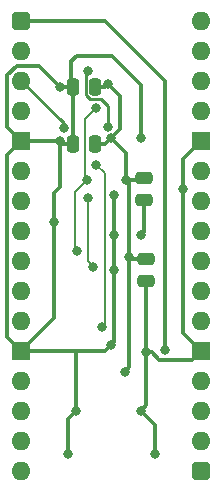
<source format=gbl>
%TF.GenerationSoftware,KiCad,Pcbnew,8.0.4*%
%TF.CreationDate,2024-08-19T17:33:31+02:00*%
%TF.ProjectId,HCP65 Main Memory Data,48435036-3520-44d6-9169-6e204d656d6f,V0*%
%TF.SameCoordinates,PX54c81a0PY37b6b20*%
%TF.FileFunction,Copper,L2,Bot*%
%TF.FilePolarity,Positive*%
%FSLAX46Y46*%
G04 Gerber Fmt 4.6, Leading zero omitted, Abs format (unit mm)*
G04 Created by KiCad (PCBNEW 8.0.4) date 2024-08-19 17:33:31*
%MOMM*%
%LPD*%
G01*
G04 APERTURE LIST*
G04 Aperture macros list*
%AMRoundRect*
0 Rectangle with rounded corners*
0 $1 Rounding radius*
0 $2 $3 $4 $5 $6 $7 $8 $9 X,Y pos of 4 corners*
0 Add a 4 corners polygon primitive as box body*
4,1,4,$2,$3,$4,$5,$6,$7,$8,$9,$2,$3,0*
0 Add four circle primitives for the rounded corners*
1,1,$1+$1,$2,$3*
1,1,$1+$1,$4,$5*
1,1,$1+$1,$6,$7*
1,1,$1+$1,$8,$9*
0 Add four rect primitives between the rounded corners*
20,1,$1+$1,$2,$3,$4,$5,0*
20,1,$1+$1,$4,$5,$6,$7,0*
20,1,$1+$1,$6,$7,$8,$9,0*
20,1,$1+$1,$8,$9,$2,$3,0*%
G04 Aperture macros list end*
%TA.AperFunction,ComponentPad*%
%ADD10RoundRect,0.400000X-0.400000X-0.400000X0.400000X-0.400000X0.400000X0.400000X-0.400000X0.400000X0*%
%TD*%
%TA.AperFunction,ComponentPad*%
%ADD11O,1.600000X1.600000*%
%TD*%
%TA.AperFunction,ComponentPad*%
%ADD12R,1.600000X1.600000*%
%TD*%
%TA.AperFunction,SMDPad,CuDef*%
%ADD13RoundRect,0.250000X0.250000X0.475000X-0.250000X0.475000X-0.250000X-0.475000X0.250000X-0.475000X0*%
%TD*%
%TA.AperFunction,SMDPad,CuDef*%
%ADD14RoundRect,0.250000X-0.475000X0.250000X-0.475000X-0.250000X0.475000X-0.250000X0.475000X0.250000X0*%
%TD*%
%TA.AperFunction,ViaPad*%
%ADD15C,0.800000*%
%TD*%
%TA.AperFunction,Conductor*%
%ADD16C,0.380000*%
%TD*%
%TA.AperFunction,Conductor*%
%ADD17C,0.250000*%
%TD*%
%TA.AperFunction,Conductor*%
%ADD18C,0.200000*%
%TD*%
G04 APERTURE END LIST*
D10*
%TO.P,J5,1,Pin_1*%
%TO.N,5V*%
X0Y0D03*
D11*
%TO.P,J5,2,Pin_2*%
%TO.N,~{Main Access Slot}*%
X0Y-2540000D03*
%TO.P,J5,3,Pin_3*%
%TO.N,~{Main}*%
X0Y-5080000D03*
%TO.P,J5,4,Pin_4*%
%TO.N,~{RD}*%
X0Y-7620000D03*
D12*
%TO.P,J5,5,Pin_5*%
%TO.N,GND*%
X0Y-10160000D03*
D11*
%TO.P,J5,6,Pin_6*%
%TO.N,~{WD}*%
X0Y-12700000D03*
%TO.P,J5,7,Pin_7*%
%TO.N,D7*%
X0Y-15240000D03*
%TO.P,J5,8,Pin_8*%
%TO.N,D6*%
X0Y-17780000D03*
%TO.P,J5,9,Pin_9*%
%TO.N,D5*%
X0Y-20320000D03*
%TO.P,J5,10,Pin_10*%
%TO.N,D4*%
X0Y-22860000D03*
%TO.P,J5,11,Pin_11*%
%TO.N,D3*%
X0Y-25400000D03*
D12*
%TO.P,J5,12,Pin_12*%
%TO.N,GND*%
X0Y-27940000D03*
D11*
%TO.P,J5,13,Pin_13*%
%TO.N,D2*%
X0Y-30480000D03*
%TO.P,J5,14,Pin_14*%
%TO.N,D1*%
X0Y-33020000D03*
%TO.P,J5,15,Pin_15*%
%TO.N,D0*%
X0Y-35560000D03*
%TO.P,J5,16,Pin_16*%
%TO.N,unconnected-(J5-Pin_16-Pad16)*%
X0Y-38100000D03*
D10*
%TO.P,J5,17,Pin_17*%
%TO.N,5V*%
X15240000Y-38100000D03*
D11*
%TO.P,J5,18,Pin_18*%
%TO.N,MD0*%
X15240000Y-35560000D03*
%TO.P,J5,19,Pin_19*%
%TO.N,MD1*%
X15240000Y-33020000D03*
%TO.P,J5,20,Pin_20*%
%TO.N,MD2*%
X15240000Y-30480000D03*
D12*
%TO.P,J5,21,Pin_21*%
%TO.N,GND*%
X15240000Y-27940000D03*
D11*
%TO.P,J5,22,Pin_22*%
%TO.N,MD3*%
X15240000Y-25400000D03*
%TO.P,J5,23,Pin_23*%
%TO.N,MD4*%
X15240000Y-22860000D03*
%TO.P,J5,24,Pin_24*%
%TO.N,MD5*%
X15240000Y-20320000D03*
%TO.P,J5,25,Pin_25*%
%TO.N,MD6*%
X15240000Y-17780000D03*
%TO.P,J5,26,Pin_26*%
%TO.N,MD7*%
X15240000Y-15240000D03*
%TO.P,J5,27,Pin_27*%
%TO.N,unconnected-(J5-Pin_27-Pad27)*%
X15240000Y-12700000D03*
D12*
%TO.P,J5,28,Pin_28*%
%TO.N,GND*%
X15240000Y-10160000D03*
D11*
%TO.P,J5,29,Pin_29*%
%TO.N,unconnected-(J5-Pin_29-Pad29)*%
X15240000Y-7620000D03*
%TO.P,J5,30,Pin_30*%
%TO.N,unconnected-(J5-Pin_30-Pad30)*%
X15240000Y-5080000D03*
%TO.P,J5,31,Pin_31*%
%TO.N,unconnected-(J5-Pin_31-Pad31)*%
X15240000Y-2540000D03*
%TO.P,J5,32,Pin_32*%
%TO.N,unconnected-(J5-Pin_32-Pad32)*%
X15240000Y0D03*
%TD*%
D13*
%TO.P,C2,1*%
%TO.N,/3.3V*%
X6268000Y-10414000D03*
%TO.P,C2,2*%
%TO.N,GND*%
X4368000Y-10414000D03*
%TD*%
D14*
%TO.P,C3,1*%
%TO.N,/3.3V*%
X10541000Y-20148000D03*
%TO.P,C3,2*%
%TO.N,GND*%
X10541000Y-22048000D03*
%TD*%
%TO.P,C1,1*%
%TO.N,/3.3V*%
X10414000Y-13290000D03*
%TO.P,C1,2*%
%TO.N,GND*%
X10414000Y-15190000D03*
%TD*%
D13*
%TO.P,C4,1*%
%TO.N,/3.3V*%
X6268000Y-5588000D03*
%TO.P,C4,2*%
%TO.N,GND*%
X4368000Y-5588000D03*
%TD*%
D15*
%TO.N,GND*%
X10160000Y-18156502D03*
X7874000Y-21082000D03*
X7620000Y-27432000D03*
X3263257Y-5575547D03*
X2794000Y-17018000D03*
X7874003Y-14731997D03*
X10107877Y-32993802D03*
X4585100Y-33033100D03*
X3937000Y-36703000D03*
X10541000Y-28067000D03*
X3248231Y-10201089D03*
X13716000Y-14224000D03*
X11303000Y-36702994D03*
X7874000Y-18156502D03*
X10160000Y-9906000D03*
%TO.N,5V*%
X12192000Y-27912000D03*
%TO.N,/3.3V*%
X9117532Y-20022615D03*
X8890000Y-13462000D03*
X7365987Y-5334006D03*
X8763000Y-29718000D03*
X7620015Y-9906015D03*
%TO.N,~{Main Access Slot}*%
X7300694Y-8958344D03*
X5640500Y-4265500D03*
%TO.N,~{Main}*%
X3576471Y-9116000D03*
%TO.N,/~{Read}*%
X6284424Y-7363000D03*
X4681998Y-19447996D03*
X5588000Y-13462000D03*
%TO.N,/~{Write}*%
X6350000Y-12192000D03*
X6858002Y-25908000D03*
%TO.N,/~{Read}_{4}*%
X6096000Y-20828000D03*
X5626293Y-14973703D03*
%TD*%
D16*
%TO.N,GND*%
X4585100Y-33033100D02*
X4585100Y-28053900D01*
X4585100Y-28053900D02*
X4699000Y-27940000D01*
X4699000Y-27940000D02*
X7112000Y-27940000D01*
X0Y-27940000D02*
X4699000Y-27940000D01*
X13716000Y-26416000D02*
X13716000Y-14224000D01*
X15240000Y-27940000D02*
X13716000Y-26416000D01*
%TO.N,5V*%
X7112000Y0D02*
X0Y0D01*
%TO.N,GND*%
X13716000Y-11684000D02*
X13716000Y-14224000D01*
%TO.N,5V*%
X12192000Y-5080000D02*
X7112000Y0D01*
X12192000Y-27912000D02*
X12192000Y-5080000D01*
%TO.N,GND*%
X15240000Y-10160000D02*
X13716000Y-11684000D01*
X4368000Y-10414000D02*
X4368000Y-5588000D01*
X2794000Y-25146000D02*
X2794000Y-17018000D01*
X0Y-27940000D02*
X2794000Y-25146000D01*
X14478000Y-28702000D02*
X11684000Y-28702000D01*
X11049000Y-28067000D02*
X10541000Y-28067000D01*
X15240000Y-27940000D02*
X14478000Y-28702000D01*
X11684000Y-28702000D02*
X11049000Y-28067000D01*
X10541000Y-32560679D02*
X10541000Y-28067000D01*
X10107877Y-32993802D02*
X10541000Y-32560679D01*
%TO.N,/3.3V*%
X8382000Y-6350019D02*
X7365987Y-5334006D01*
X7620015Y-9906015D02*
X8382000Y-9144030D01*
X7111993Y-5588000D02*
X7365987Y-5334006D01*
X6268000Y-5588000D02*
X7111993Y-5588000D01*
X8382000Y-9144030D02*
X8382000Y-6350019D01*
%TO.N,GND*%
X-1190000Y-4587085D02*
X-412915Y-3810000D01*
X-1190000Y-8970000D02*
X-1190000Y-4587085D01*
X-412915Y-3810000D02*
X1497710Y-3810000D01*
X1497710Y-3810000D02*
X3263257Y-5575547D01*
X0Y-10160000D02*
X-1190000Y-8970000D01*
D17*
%TO.N,~{Main Access Slot}*%
X5443000Y-4463000D02*
X5640500Y-4265500D01*
X5772900Y-6638000D02*
X5443000Y-6308100D01*
X6756173Y-6638000D02*
X5772900Y-6638000D01*
X7300694Y-7182521D02*
X6756173Y-6638000D01*
X7300694Y-8958344D02*
X7300694Y-7182521D01*
X5443000Y-6308100D02*
X5443000Y-4463000D01*
D16*
%TO.N,GND*%
X10160000Y-5461000D02*
X10160000Y-9906000D01*
X7658028Y-2959028D02*
X10160000Y-5461000D01*
X4691803Y-2959028D02*
X7658028Y-2959028D01*
X4229032Y-3421799D02*
X4691803Y-2959028D01*
X4229032Y-5449032D02*
X4229032Y-3421799D01*
X3461142Y-10414000D02*
X4368000Y-10414000D01*
X3207142Y-10160000D02*
X0Y-10160000D01*
X3248231Y-10201089D02*
X3207142Y-10160000D01*
X2794000Y-14605000D02*
X2794000Y-17018000D01*
X3248231Y-10201089D02*
X3461142Y-10414000D01*
X3291563Y-14107437D02*
X2794000Y-14605000D01*
X3291563Y-10244421D02*
X3291563Y-14107437D01*
X3248231Y-10201089D02*
X3291563Y-10244421D01*
D17*
%TO.N,~{Main}*%
X3576471Y-9116000D02*
X3576471Y-8656471D01*
X3576471Y-8656471D02*
X0Y-5080000D01*
D16*
%TO.N,GND*%
X11303000Y-34188925D02*
X11303000Y-36702994D01*
X10107877Y-32993802D02*
X11303000Y-34188925D01*
X3937000Y-36703000D02*
X3937000Y-33681200D01*
X7874000Y-27178000D02*
X7620000Y-27432000D01*
X10541000Y-22048000D02*
X10541000Y-28067000D01*
X0Y-10160000D02*
X-1190000Y-11350000D01*
X3937000Y-33681200D02*
X4585100Y-33033100D01*
X-1190000Y-26750000D02*
X0Y-27940000D01*
X10414000Y-17902502D02*
X10160000Y-18156502D01*
X7874000Y-18156502D02*
X7874000Y-21082000D01*
X7112000Y-27940000D02*
X7620000Y-27432000D01*
X7874003Y-14731997D02*
X7874003Y-18156499D01*
X-1190000Y-11350000D02*
X-1190000Y-26750000D01*
X10414000Y-15190000D02*
X10414000Y-17902502D01*
X7874003Y-18156499D02*
X7874000Y-18156502D01*
X7874000Y-21082000D02*
X7874000Y-27178000D01*
X3263257Y-5575547D02*
X4355547Y-5575547D01*
%TO.N,/3.3V*%
X10541000Y-20148000D02*
X9242917Y-20148000D01*
X10242000Y-13462000D02*
X8890000Y-13462000D01*
X9144000Y-20049083D02*
X9117532Y-20022615D01*
X9144000Y-19996147D02*
X9117532Y-20022615D01*
X6268000Y-10414000D02*
X7112030Y-10414000D01*
X8890000Y-13462000D02*
X8890000Y-11176000D01*
X8763000Y-29718000D02*
X9144000Y-29337000D01*
X9242917Y-20148000D02*
X9117532Y-20022615D01*
X7112030Y-10414000D02*
X7620015Y-9906015D01*
X9144000Y-13716000D02*
X9144000Y-19996147D01*
X8890000Y-11176000D02*
X7620015Y-9906015D01*
X9144000Y-29337000D02*
X9144000Y-20049083D01*
X8890000Y-13462000D02*
X9144000Y-13716000D01*
D18*
%TO.N,/~{Read}*%
X4572000Y-14478000D02*
X4572000Y-19337998D01*
X5588000Y-13462000D02*
X5357521Y-13231521D01*
X4572000Y-19337998D02*
X4681998Y-19447996D01*
X5357521Y-13231521D02*
X5357521Y-8289903D01*
X5588000Y-13462000D02*
X4572000Y-14478000D01*
X5357521Y-8289903D02*
X6284424Y-7363000D01*
%TO.N,/~{Write}*%
X7050000Y-12892000D02*
X7050000Y-25716002D01*
X7050000Y-25716002D02*
X6858002Y-25908000D01*
X6350000Y-12192000D02*
X7050000Y-12892000D01*
%TO.N,/~{Read}_{4}*%
X5626293Y-14973703D02*
X5626293Y-20358293D01*
X5626293Y-20358293D02*
X6096000Y-20828000D01*
%TD*%
M02*

</source>
